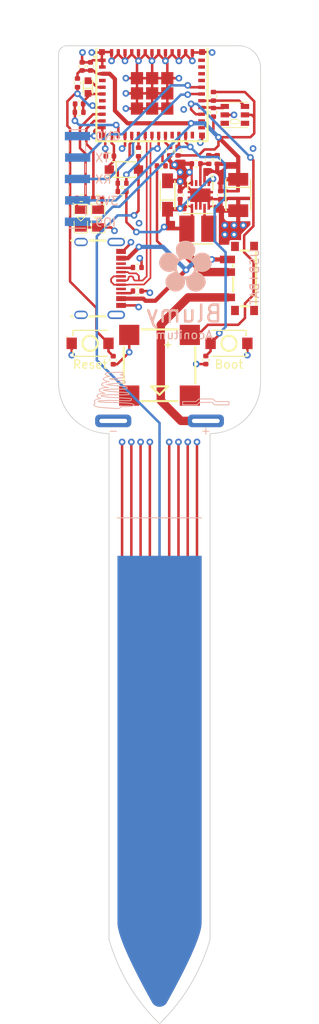
<source format=kicad_pcb>
(kicad_pcb (version 20221018) (generator pcbnew)
  (layers (0 "F.Cu" signal) (1 "In1.Cu" signal) (2 "In2.Cu" signal) (31 "B.Cu" signal) (34 "B.Paste" user) (35 "F.Paste" user) (36 "B.SilkS" user "B.Silkscreen") (37 "F.SilkS" user "F.Silkscreen") (38 "B.Mask" user) (39 "F.Mask" user) (44 "Edge.Cuts" user))
  (net 0 "")
  (net 1 "+3V3")
  (net 2 "GND")
  (net 22 "Net-(D1-A)")
  (net 23 "Net-(D3-+)")
  (net 24 "Net-(R1-Pad1)")
  (net 26 "Buzzer")
  (net 27 "ADC_Moisture")
  (net 28 "Moisture_SensorCapV")
  (net 29 "PWR_VIN")
  (net 30 "ADC_Light_Sensor")
  (net 31 "Light_Sensor_Select")
  (net 32 "IO9")
  (net 33 "RX")
  (net 34 "TX")
  (net 35 "PWR_SW")
  (net 36 "TH_SCL")
  (net 37 "ADC_Voltage_Measurement")
  (net 38 "IO8")
  (net 39 "Voltage_Measurement_Select")
  (net 40 "PWR_USB_VIN")
  (net 41 "Moisture_Square_Wave_Signal")
  (net 42 "EN")
  (net 43 "TH_SDA")
  (net 44 "PWR_USB_CC1")
  (net 45 "PWR_USB_CC2")
  (net 46 "LED_Green")
  (net 47 "LED_Red")
  (net 48 "PWR_FB")
  (net 49 "USB_D+")
  (net 50 "USB_D-")
  (net 51 "Light_Sensor_In")
  (net 52 "PWR_BAT_VIN")
  (net 57 "Net-(U13-IO15)")
  (footprint "Resistor_SMD:R_0402_1005Metric" (layer "F.Cu") (at 176.449999 135.699994 -90)
    (fp_text reference "R10" hide)
    (fp_text value "5k1")
  )
  (footprint "Capacitor_SMD:C_0402_1005Metric" (layer "F.Cu") (at 177.299998 145.519994 90)
    (fp_text reference "C1" hide)
    (fp_text value "2.2uF-Ceramic")
  )
  (footprint "CustomFootprints:MouseBites5mm" (layer "F.Cu") (at 182.149999 163.499997 180)
    (fp_text reference "U11" hide)
    (fp_text value "~")
  )
  (footprint "Resistor_SMD:R_0402_1005Metric" (layer "F.Cu") (at 165.599998 144.099994)
    (fp_text reference "R6" hide)
    (fp_text value "2k")
  )
  (footprint "CustomFootprints:SW-SMD_L3.9-W3.0-P4.45" (layer "F.Cu") (at 178.299998 163.099994 180)
    (fp_text reference "U7" hide)
    (fp_text value "Tactile-Switch")
  )
  (footprint "Resistor_SMD:R_0402_1005Metric" (layer "F.Cu") (at 162.699999 145.899997)
    (fp_text reference "R13" hide)
    (fp_text value "120")
  )
  (footprint "Capacitor_SMD:C_0402_1005Metric" (layer "F.Cu") (at 160.849999 130.249994 90)
    (fp_text reference "C9" hide)
    (fp_text value "10uF")
  )
  (footprint "CustomFootprints:MouseBites5mm" (layer "F.Cu") (at 182.149999 135.299997 180)
    (fp_text reference "U10" hide)
    (fp_text value "~")
  )
  (footprint "Resistor_SMD:R_0402_1005Metric" (layer "F.Cu") (at 167.399998 154.099994 180)
    (fp_text reference "R11" hide)
    (fp_text value "5k1")
  )
  (footprint "CustomFootprints:BUZ-SMD_4P-L8.5-W8.5-P8.50-BR" (layer "F.Cu") (at 170.049999 165.699994 180)
    (fp_text reference "BZ1" hide)
    (fp_text value "Buzzer")
  )
  (footprint "Capacitor_SMD:C_0402_1005Metric" (layer "F.Cu") (at 172.499998 145.519994 90)
    (fp_text reference "C6" hide)
    (fp_text value "100nF-Ceramic")
  )
  (footprint "Resistor_SMD:R_0402_1005Metric" (layer "F.Cu") (at 174.399998 141.796303 180)
    (fp_text reference "R16" hide)
    (fp_text value "200k")
  )
  (footprint "Capacitor_SMD:C_0402_1005Metric" (layer "F.Cu") (at 164.149999 140.889994)
    (fp_text reference "C3" hide)
    (fp_text value "10nF")
  )
  (footprint "Resistor_SMD:R_0402_1005Metric" (layer "F.Cu") (at 170.249999 142.049997)
    (fp_text reference "R7" hide)
    (fp_text value "10k")
  )
  (footprint "MountingHole:MountingHole_3.2mm_M3" (layer "F.Cu") (at 179.449999 130.399997)
    (fp_text reference "H1" hide)
    (fp_text value "MountingHole")
  )
  (footprint "Capacitor_SMD:C_0402_1005Metric" (layer "F.Cu") (at 160.499998 134.699994 180)
    (fp_text reference "C7" hide)
    (fp_text value "10uF")
  )
  (footprint "CustomFootprints:SENSOR-SMD-6_AHT20" (layer "F.Cu") (at 178.999999 135.999994 180)
    (fp_text reference "U3" hide)
    (fp_text value "AHT20")
  )
  (footprint "CustomFootprints:USB-C-SMD_G-SWITCH_GT-USB-7010EN" (layer "F.Cu") (at 163.099998 155.399994 -90)
    (fp_text reference "U1" hide)
    (fp_text value "USB-C")
  )
  (footprint "CustomFootprints:SENSORS-SMD_ALS-PT19" (layer "F.Cu") (at 161.549999 132.699994 -90)
    (fp_text reference "U6" hide)
    (fp_text value "Light sensor")
  )
  (footprint "Resistor_SMD:R_0402_1005Metric" (layer "F.Cu") (at 175.899998 141.296303 -90)
    (fp_text reference "R15" hide)
    (fp_text value "1M")
  )
  (footprint "CustomFootprints:MouseBites5mm" (layer "F.Cu") (at 157.949999 163.499997)
    (fp_text reference "U12" hide)
    (fp_text value "~")
  )
  (footprint "Resistor_SMD:R_0402_1005Metric" (layer "F.Cu") (at 160.749999 145.899997 180)
    (fp_text reference "R14" hide)
    (fp_text value "120")
  )
  (footprint "CustomFootprints:LED0805-R-RD" (layer "F.Cu") (at 160.699999 148.299997 90)
    (fp_text reference "D3" hide)
    (fp_text value "RED")
  )
  (footprint "CustomFootprints:WIFIM-SMD_61P-L16.6-W13.2-P0.80-ESP32-C6-MINI-1-N4" (layer "F.Cu") (at 169.149974 133.499918)
    (fp_text reference "U13" hide)
    (fp_text value "ESP32-C6-MINI-1-N4")
  )
  (footprint "Resistor_SMD:R_0402_1005Metric" (layer "F.Cu") (at 176.899998 141.296303 -90)
    (fp_text reference "R1" hide)
    (fp_text value "100k")
  )
  (footprint "MountingHole:MountingHole_3.2mm_M3" (layer "F.Cu") (at 179.449999 168.499994)
    (fp_text reference "H3" hide)
    (fp_text value "MountingHole")
  )
  (footprint "CustomFootprints:MouseBites5mm" (layer "F.Cu") (at 157.949999 135.299994)
    (fp_text reference "U2" hide)
    (fp_text value "~")
  )
  (footprint "CustomFootprints:SW-SMD_L3.9-W3.0-P4.45" (layer "F.Cu") (at 161.799998 163.099994)
    (fp_text reference "U4" hide)
    (fp_text value "Tactile-Switch")
  )
  (footprint "CustomFootprints:SW-SMD_MK-12C02-G025" (layer "F.Cu") (at 179.699998 155.399994 90)
    (fp_text reference "U8" hide)
    (fp_text value "Slide-Switch")
  )
  (footprint "CustomFootprints:CASE-B_3528" (layer "F.Cu") (at 179.399998 145.506303 -90)
    (fp_text reference "C2" hide)
    (fp_text value "100uF-Tantalum")
  )
  (footprint "CustomFootprints:CAP-SMD_L3.2-W1.6-RD-C7171" (layer "F.Cu") (at 170.999998 145.506303 90)
    (fp_text reference "C10" hide)
    (fp_text value "10uF-Tantalum")
  )
  (footprint "Resistor_SMD:R_0402_1005Metric" (layer "F.Cu") (at 165.599998 145.089994 180)
    (fp_text reference "R4" hide)
    (fp_text value "5k1")
  )
  (footprint "MountingHole:MountingHole_3.2mm_M3" (layer "F.Cu") (at 160.649999 168.499994)
    (fp_text reference "H2" hide)
    (fp_text value "MountingHole")
  )
  (footprint "Resistor_SMD:R_0402_1005Metric" (layer "F.Cu") (at 160.499998 135.699994 180)
    (fp_text reference "R3" hide)
    (fp_text value "47k")
  )
  (footprint "CustomFootprints:LED0805-R-RD" (layer "F.Cu") (at 162.749999 148.299997 90)
    (fp_text reference "D1" hide)
    (fp_text value "GREEN")
  )
  (footprint "Resistor_SMD:R_0402_1005Metric" (layer "F.Cu") (at 160.299998 132.199994 -90)
    (fp_text reference "R9" hide)
    (fp_text value "10k")
  )
  (footprint "Capacitor_SMD:C_0402_1005Metric" (layer "F.Cu") (at 161.849999 130.249994 90)
    (fp_text reference "C8" hide)
    (fp_text value "10nF")
  )
  (footprint "CustomFootprints:VSON-10_L3.0-W3.0-P0.50-BL-EP_TPS62410DRCR" (layer "F.Cu") (at 174.899998 145.48966 180)
    (fp_text reference "U5" hide)
    (fp_text value "3.3V-Regulator")
  )
  (footprint "Resistor_SMD:R_0402_1005Metric" (layer "F.Cu") (at 167.399998 156.899994 180)
    (fp_text reference "R12" hide)
    (fp_text value "5k1")
  )
  (footprint "Resistor_SMD:R_0402_1005Metric" (layer "F.Cu") (at 172.249999 140.299994 -90)
    (fp_text reference "R5" hide)
    (fp_text value "10k")
  )
  (footprint "CustomFootprints:IND-SMD_L3.5-W3.0" (layer "F.Cu") (at 174.599998 149.506303 180)
    (fp_text reference "L1" hide)
    (fp_text value "6.8uH")
  )
  (footprint "Resistor_SMD:R_0402_1005Metric" (layer "F.Cu") (at 167.549999 140.399994 90)
    (fp_text reference "R8" hide)
    (fp_text value "10k")
  )
  (footprint "Resistor_SMD:R_0402_1005Metric" (layer "F.Cu") (at 176.449999 133.799994 90)
    (fp_text reference "R2" hide)
    (fp_text value "5k1")
  )
  (footprint "Capacitor_SMD:C_0402_1005Metric" (layer "F.Cu") (at 164.549999 165.099997 -90)
    (fp_text reference "C11" hide)
    (fp_text value "100nF-Ceramic")
  )
  (footprint "Capacitor_SMD:C_0402_1005Metric" (layer "F.Cu") (at 175.549999 165.079997 -90)
    (fp_text reference "C5" hide)
    (fp_text value "100nF-Ceramic")
  )
  (footprint "Resistor_SMD:R_0402_1005Metric" (layer "F.Cu") (at 171.249999 140.299997 -90)
    (fp_text reference "R17" hide)
    (fp_text value "20k")
  )
  (footprint "CustomFootprints:SOD-123F_L2.7-W1.6-LS3.8-RD" (layer "F.Cu") (at 165.815049 142.489994)
    (fp_text reference "D2" hide)
    (fp_text value "Switching-Diode")
  )
  (footprint "CustomFootprints:Flower" (layer "B.Cu") (at 173.149999 153.899997 180)
    (fp_text reference "Flower1" hide)
    (fp_text value "Flower" hide)
  )
  (footprint "CustomFootprints:Sensor-Tip" (layer "B.Cu") (at 170.049999 188.799997 180)
    (fp_text reference "C4" hide)
    (fp_text value "7pF-27pF, A=2.75cm^2")
    (fp_line (start -6 -45) (end -6 15) (stroke (width 0.1)) (layer "Edge.Cuts"))
    (fp_line (start 6 15) (end 6 -45) (stroke (width 0.1)) (layer "Edge.Cuts"))
    (fp_arc (start -6 -45) (mid -3.658262 -50.394957) (end 0 -55) (stroke (width 0.1)) (layer "Edge.Cuts"))
    (fp_arc (start 0 -55) (mid 3.658262 -50.394957) (end 6 -45) (stroke (width 0.1)) (layer "Edge.Cuts"))
  )
  (footprint "CustomFootprints:PinHeader_1x05_P2.54mm_Vertical_SMD" (layer "B.Cu") (at 159.029998 143.600994 180)
    (fp_text reference "J1" hide)
    (fp_text value "Conn_01x05")
  )
  (footprint "CustomFootprints:AAA Battery-spring" (layer "B.Cu") (at 170.049999 172.299997 180)
    (fp_text reference "U9" hide)
    (fp_text value "Battery-Spring")
  )
  (gr_line (start 158.049999 167.799997) (end 158.049999 128.799997) (stroke (width 0.1)) (layer "Edge.Cuts"))
  (gr_line (start 182.049999 130.399997) (end 182.049999 167.799997) (stroke (width 0.1)) (layer "Edge.Cuts"))
  (gr_arc (start 182.049999 167.799997) (mid 180.29264 172.042638) (end 176.049999 173.799997) (stroke (width 0.1)) (layer "Edge.Cuts"))
  (gr_line (start 159.049999 127.799997) (end 179.449999 127.799997) (stroke (width 0.1)) (layer "Edge.Cuts"))
  (gr_arc (start 158.049999 128.799997) (mid 158.342892 128.09289) (end 159.049999 127.799997) (stroke (width 0.1)) (layer "Edge.Cuts"))
  (gr_arc (start 164.049999 173.799997) (mid 159.807358 172.042638) (end 158.049999 167.799997) (stroke (width 0.1)) (layer "Edge.Cuts"))
  (gr_arc (start 179.449999 127.799997) (mid 181.288477 128.561519) (end 182.049999 130.399997) (stroke (width 0.1)) (layer "Edge.Cuts"))
  (gr_text "3V3" (at 162.299999 146.199997) (layer "B.SilkS") (effects (font (size 1 1)) (justify right mirror)))
  (gr_text "Aconitum" (at 172.949999 162.099997) (layer "B.SilkS") (effects (font (size 1 1)) (justify mirror)))
  (gr_text "TX" (at 162.299999 141.099997) (layer "B.SilkS") (effects (font (size 1 1)) (justify right mirror)))
  (gr_text "GND" (at 162.299999 138.549997) (layer "B.SilkS") (effects (font (size 1 1)) (justify right mirror)))
  (gr_text "RX" (at 162.299999 143.649997) (layer "B.SilkS") (effects (font (size 1 1)) (justify right mirror)))
  (gr_text "Blumy" (at 172.949999 159.599997) (layer "B.SilkS") (effects (font (size 2 2) (thickness 0.3) bold) (justify mirror)))
  (gr_text "+" (at 175.549999 173.449997) (layer "B.SilkS") (effects (font (size 1 1) (thickness 0.1)) (justify mirror)))
  (gr_text "IO9" (at 162.299999 148.749997) (layer "B.SilkS") (effects (font (size 1 1)) (justify right mirror)))
  (gr_text "USB〡BAT" (at 181.349999 155.199997 90) (layer "B.SilkS") (effects (font (size 1 1)) (justify mirror)))
  (gr_text "Reset" (at 161.799998 165.599994) (layer "F.SilkS") (effects (font (size 1 1))))
  (gr_text "Boot" (at 178.299998 165.599994) (layer "F.SilkS") (effects (font (size 1 1))))
  (segment (start 164.749999 135.499997) (end 164.749999 131.749995) (width 0.5) (layer "F.Cu") (net 1))
  (segment (start 176.449999 136.209994) (end 176.449999 138.049995) (width 0.3) (layer "F.Cu") (net 1))
  (segment (start 164.125017 131.125013) (end 163.249898 131.125013) (width 0.5) (layer "F.Cu") (net 1))
  (segment (start 176.449999 138.049995) (end 177.049998 138.649994) (width 0.3) (layer "F.Cu") (net 1))
  (segment (start 162.570037 131.125013) (end 163.249898 131.125013) (width 0.3) (layer "F.Cu") (net 1))
  (segment (start 164.749999 131.749995) (end 164.125017 131.125013) (width 0.5) (layer "F.Cu") (net 1))
  (segment (start 176.599998 140.099994) (end 175.399998 140.099994) (width 0.3) (layer "F.Cu") (net 1))
  (segment (start 180.849998 138.649994) (end 181.299998 138.199994) (width 0.3) (layer "F.Cu") (net 1))
  (segment (start 177.049998 138.649994) (end 180.849998 138.649994) (width 0.3) (layer "F.Cu") (net 1))
  (segment (start 161.849999 130.729994) (end 162.175018 130.729994) (width 0.3) (layer "F.Cu") (net 1))
  (segment (start 176.449999 133.289994) (end 180.189998 133.289994) (width 0.3) (layer "F.Cu") (net 1))
  (segment (start 181.299998 138.199994) (end 181.299998 136.300095) (width 0.3) (layer "F.Cu") (net 1))
  (segment (start 181.299998 136.300095) (end 180.999897 135.999994) (width 0.3) (layer "F.Cu") (net 1))
  (segment (start 160.669998 130.729994) (end 160.849999 130.729994) (width 0.3) (layer "F.Cu") (net 1))
  (segment (start 166.249996 136.999994) (end 164.749999 135.499997) (width 0.5) (layer "F.Cu") (net 1))
  (segment (start 177.049998 139.649994) (end 176.599998 140.099994) (width 0.3) (layer "F.Cu") (net 1))
  (segment (start 181.299998 134.399994) (end 181.299998 136.300095) (width 0.3) (layer "F.Cu") (net 1))
  (segment (start 179.399998 140.999994) (end 179.399998 143.645749) (width 0.5) (layer "F.Cu") (net 1))
  (segment (start 177.049998 138.649994) (end 179.399998 140.999994) (width 0.5) (layer "F.Cu") (net 1))
  (segment (start 174.689998 140.809994) (end 172.249999 140.809994) (width 0.3) (layer "F.Cu") (net 1))
  (segment (start 173.799998 136.999994) (end 166.249996 136.999994) (width 0.5) (layer "F.Cu") (net 1))
  (segment (start 160.299998 131.689994) (end 160.299998 131.099994) (width 0.3) (layer "F.Cu") (net 1))
  (segment (start 180.189998 133.289994) (end 181.299998 134.399994) (width 0.3) (layer "F.Cu") (net 1))
  (segment (start 162.175018 130.729994) (end 162.570037 131.125013) (width 0.3) (layer "F.Cu") (net 1))
  (segment (start 175.399998 140.099994) (end 174.689998 140.809994) (width 0.3) (layer "F.Cu") (net 1))
  (segment (start 177.049998 138.649994) (end 177.049998 139.649994) (width 0.3) (layer "F.Cu") (net 1))
  (segment (start 180.999897 135.999994) (end 180.199897 135.999994) (width 0.3) (layer "F.Cu") (net 1))
  (segment (start 160.849999 130.729994) (end 161.849999 130.729994) (width 0.3) (layer "F.Cu") (net 1))
  (segment (start 160.299998 131.099994) (end 160.669998 130.729994) (width 0.3) (layer "F.Cu") (net 1))
  (via (at 177.049998 138.649994) (size 0.8) (drill 0.4) (layers "F.Cu" "B.Cu") (net 1))
  (via (at 173.799998 136.999994) (size 0.8) (drill 0.4) (layers "F.Cu" "B.Cu") (net 1))
  (segment (start 175.399998 136.999994) (end 177.049998 138.649994) (width 0.5) (layer "B.Cu") (net 1))
  (segment (start 164.86108 146.140994) (end 173.799998 137.202076) (width 0.3) (layer "B.Cu") (net 1))
  (segment (start 173.799998 136.999994) (end 175.399998 136.999994) (width 0.5) (layer "B.Cu") (net 1))
  (segment (start 173.799998 137.202076) (end 173.799998 136.999994) (width 0.3) (layer "B.Cu") (net 1))
  (segment (start 160.324998 146.140994) (end 164.86108 146.140994) (width 0.3) (layer "B.Cu") (net 1))
  (segment (start 169.150076 128.599994) (end 169.150076 129.599994) (width 0.3) (layer "F.Cu") (net 2))
  (segment (start 174.384874 145.534872) (end 174.899998 145.534872) (width 0.3) (layer "F.Cu") (net 2))
  (segment (start 165.150076 128.599994) (end 165.150076 128.800147) (width 0.3) (layer "F.Cu") (net 2))
  (segment (start 177.800101 135.999994) (end 178.899998 135.999994) (width 0.3) (layer "F.Cu") (net 2))
  (segment (start 163.19986 128.549956) (end 164.299936 128.549956) (width 0.3) (layer "F.Cu") (net 2))
  (segment (start 164.349974 128.599994) (end 164.349974 129.599994) (width 0.3) (layer "F.Cu") (net 2))
  (segment (start 173.150076 128.599994) (end 173.150076 128.800147) (width 0.3) (layer "F.Cu") (net 2))
  (segment (start 176.24996 128.549956) (end 176.299998 128.599994) (width 0.3) (layer "F.Cu") (net 2))
  (segment (start 168.349974 128.799892) (end 169.150076 129.599994) (width 0.3) (layer "F.Cu") (net 2))
  (segment (start 167.799998 174.799994) (end 167.799998 188.799997) (width 0.3) (layer "F.Cu") (net 2))
  (segment (start 166.049999 135.249727) (end 167.374866 135.249727) (width 0.3) (layer "F.Cu") (net 2))
  (segment (start 167.570212 158.795134) (end 167.37497 158.599892) (width 0.3) (layer "F.Cu") (net 2))
  (segment (start 169.174968 135.249727) (end 167.374866 135.249727) (width 0.3) (layer "F.Cu") (net 2))
  (segment (start 168.349974 128.799892) (end 167.549872 129.599994) (width 0.3) (layer "F.Cu") (net 2))
  (segment (start 160.699999 149.350289) (end 162.749999 149.350289) (width 0.3) (layer "F.Cu") (net 2))
  (segment (start 162.095183 129.52481) (end 161.849999 129.769994) (width 0.3) (layer "F.Cu") (net 2))
  (segment (start 166.750025 128.599994) (end 166.750025 128.800147) (width 0.3) (layer "F.Cu") (net 2))
  (segment (start 163.249898 137.525064) (end 163.249898 138.399842) (width 0.3) (layer "F.Cu") (net 2))
  (segment (start 175.195159 145.534872) (end 174.899998 145.534872) (width 0.3) (layer "F.Cu") (net 2))
  (segment (start 163.669999 140.069995) (end 163.599998 139.999994) (width 0.3) (layer "F.Cu") (net 2))
  (segment (start 165.150076 128.800147) (end 165.949923 129.599994) (width 0.3) (layer "F.Cu") (net 2))
  (segment (start 171.199998 174.799994) (end 171.199998 188.799997) (width 0.3) (layer "F.Cu") (net 2))
  (segment (start 163.149822 128.599994) (end 163.19986 128.549956) (width 0.3) (layer "F.Cu") (net 2))
  (segment (start 170.974815 131.649778) (end 170.974815 129.824784) (width 0.3) (layer "F.Cu") (net 2))
  (segment (start 166.402513 151.473456) (end 165.675873 152.200096) (width 0.3) (layer "F.Cu") (net 2))
  (segment (start 171.549872 128.599994) (end 171.549872 128.800147) (width 0.3) (layer "F.Cu") (net 2))
  (segment (start 165.675873 152.200096) (end 165.47757 152.200096) (width 0.3) (layer "F.Cu") (net 2))
  (segment (start 167.374866 131.649778) (end 167.374866 129.775) (width 0.3) (layer "F.Cu") (net 2))
  (segment (start 164.300291 149.350289) (end 164.699999 149.749997) (width 0.3) (layer "F.Cu") (net 2))
  (segment (start 175.05 128.599994) (end 175.100038 128.549956) (width 0.3) (layer "F.Cu") (net 2))
  (segment (start 163.249898 129.52481) (end 162.095183 129.52481) (width 0.3) (layer "F.Cu") (net 2))
  (segment (start 163.19986 128.549956) (end 163.19986 129.474772) (width 0.3) (layer "F.Cu") (net 2))
  (segment (start 177.299998 145.999994) (end 175.36512 145.999994) (width 0.3) (layer "F.Cu") (net 2))
  (segment (start 159.422413 162.907321) (end 159.615086 163.099994) (width 0.3) (layer "F.Cu") (net 2))
  (segment (start 171.249999 141.330096) (end 171.840296 141.920393) (width 0.3) (layer "F.Cu") (net 2))
  (segment (start 172.349974 128.599994) (end 172.349974 129.599994) (width 0.3) (layer "F.Cu") (net 2))
  (segment (start 167.374866 131.649778) (end 169.174968 131.649778) (width 0.3) (layer "F.Cu") (net 2))
  (segment (start 166.450177 164.149815) (end 166.450177 162.100045) (width 0.3) (layer "F.Cu") (net 2))
  (segment (start 167.909998 156.899994) (end 168.699998 156.899994) (width 0.3) (layer "F.Cu") (net 2))
  (segment (start 171.549872 128.599994) (end 171.549872 128.799892) (width 0.3) (layer "F.Cu") (net 2))
  (segment (start 175.899998 146.889711) (end 175.899998 146.239711) (width 0.3) (layer "F.Cu") (net 2))
  (segment (start 166.402513 151.350217) (end 166.402513 151.473456) (width 0.3) (layer "F.Cu") (net 2))
  (segment (start 170.974815 133.44988) (end 170.974815 135.249727) (width 0.3) (layer "F.Cu") (net 2))
  (segment (start 163.249898 137.525064) (end 162.674928 137.525064) (width 0.3) (layer "F.Cu") (net 2))
  (segment (start 173.150076 128.800147) (end 173.949923 129.599994) (width 0.3) (layer "F.Cu") (net 2))
  (segment (start 163.599998 139.999994) (end 163.599998 138.850018) (width 0.3) (layer "F.Cu") (net 2))
  (segment (start 180.48491 164.499997) (end 180.48491 163.099994) (width 0.3) (layer "F.Cu") (net 2))
  (segment (start 159.615086 164.499997) (end 159.615086 163.099994) (width 0.3) (layer "F.Cu") (net 2))
  (segment (start 167.37497 158.599892) (end 165.47757 158.599892) (width 0.3) (layer "F.Cu") (net 2))
  (segment (start 163.249898 129.52481) (end 163.249898 130.324912) (width 0.3) (layer "F.Cu") (net 2))
  (segment (start 166.049999 131.649778) (end 167.374866 131.649778) (width 0.3) (layer "F.Cu") (net 2))
  (segment (start 169.174968 133.44988) (end 170.974815 133.44988) (width 0.3) (layer "F.Cu") (net 2))
  (segment (start 167.374866 133.44988) (end 167.374866 131.649778) (width 0.3) (layer "F.Cu") (net 2))
  (segment (start 171.249999 140.809997) (end 171.249999 141.330096) (width 0.3) (layer "F.Cu") (net 2))
  (segment (start 173.194997 144.344995) (end 172.499998 145.039994) (width 0.3) (layer "F.Cu") (net 2))
  (segment (start 174.399871 146.889711) (end 174.399871 146.034999) (width 0.3) (layer "F.Cu") (net 2))
  (segment (start 165.599998 174.799994) (end 165.599998 188.799997) (width 0.3) (layer "F.Cu") (net 2))
  (segment (start 174.899998 139.299994) (end 175.100038 139.099954) (width 0.3) (layer "F.Cu") (net 2))
  (segment (start 170.974815 131.649778) (end 170.974815 133.44988) (width 0.3) (layer "F.Cu") (net 2))
  (segment (start 175.100038 128.549956) (end 176.24996 128.549956) (width 0.3) (layer "F.Cu") (net 2))
  (segment (start 163.19986 129.474772) (end 163.249898 129.52481) (width 0.3) (layer "F.Cu") (net 2))
  (segment (start 170.974815 129.824784) (end 170.750025 129.599994) (width 0.3) (layer "F.Cu") (net 2))
  (segment (start 173.949923 128.599994) (end 173.949923 129.599994) (width 0.3) (layer "F.Cu") (net 2))
  (segment (start 174.399871 146.034999) (end 174.899998 145.534872) (width 0.3) (layer "F.Cu") (net 2))
  (segment (start 163.599998 138.850018) (end 163.19986 138.44988) (width 0.3) (layer "F.Cu") (net 2))
  (segment (start 167.549872 128.599994) (end 167.549872 129.599994) (width 0.3) (layer "F.Cu") (net 2))
  (segment (start 166.699998 174.799994) (end 166.699998 188.799997) (width 0.3) (layer "F.Cu") (net 2))
  (segment (start 173.150076 128.599994) (end 173.150076 128.799892) (width 0.3) (layer "F.Cu") (net 2))
  (segment (start 175.100038 139.099954) (end 175.100038 138.44988) (width 0.3) (layer "F.Cu") (net 2))
  (segment (start 172.299998 174.799994) (end 172.299998 188.799997) (width 0.3) (layer "F.Cu") (net 2))
  (segment (start 167.909998 153.209994) (end 167.909998 154.099994) (width 0.3) (layer "F.Cu") (net 2))
  (segment (start 165.150076 128.599994) (end 165.150076 128.799892) (width 0.3) (layer "F.Cu") (net 2))
  (segment (start 160.849999 129.769994) (end 160.849999 128.649993) (width 0.3) (layer "F.Cu") (net 2))
  (segment (start 166.750025 128.799892) (end 165.949923 129.599994) (width 0.3) (layer "F.Cu") (net 2))
  (segment (start 168.699998 156.899994) (end 168.899998 157.099994) (width 0.3) (layer "F.Cu") (net 2))
  (segment (start 160.849999 128.649993) (end 160.899998 128.599994) (width 0.3) (layer "F.Cu") (net 2))
  (segment (start 169.949923 128.599994) (end 169.949923 128.800147) (width 0.3) (layer "F.Cu") (net 2))
  (segment (start 167.374866 133.44988) (end 169.174968 133.44988) (width 0.3) (layer "F.Cu") (net 2))
  (segment (start 169.949923 128.800147) (end 169.150076 129.599994) (width 0.3) (layer "F.Cu") (net 2))
  (segment (start 166.750025 128.599994) (end 166.750025 128.799892) (width 0.3) (layer "F.Cu") (net 2))
  (segment (start 169.174968 131.649778) (end 169.174968 129.624886) (width 0.3) (layer "F.Cu") (net 2))
  (segment (start 173.450383 144.089609) (end 173.194997 144.344995) (width 0.3) (layer "F.Cu") (net 2))
  (segment (start 167.699998 152.999994) (end 167.909998 153.209994) (width 0.3) (layer "F.Cu") (net 2))
  (segment (start 169.174968 129.624886) (end 169.150076 129.599994) (width 0.3) (layer "F.Cu") (net 2))
  (segment (start 171.549872 128.800147) (end 170.750025 129.599994) (width 0.3) (layer "F.Cu") (net 2))
  (segment (start 166.049999 133.44988) (end 167.374866 133.44988) (width 0.3) (layer "F.Cu") (net 2))
  (segment (start 167.374866 129.775) (end 167.549872 129.599994) (width 0.3) (layer "F.Cu") (net 2))
  (segment (start 173.399998 174.799994) (end 173.399998 188.799997) (width 0.3) (layer "F.Cu") (net 2))
  (segment (start 165.949923 139.650069) (end 165.949923 138.399842) (width 0.3) (layer "F.Cu") (net 2))
  (segment (start 173.949923 128.599994) (end 175.05 128.599994) (width 0.3) (layer "F.Cu") (net 2))
  (segment (start 169.174968 131.649778) (end 169.174968 133.44988) (width 0.3) (layer "F.Cu") (net 2))
  (segment (start 164.549999 165.579997) (end 165.019995 165.579997) (width 0.3) (layer "F.Cu") (net 2))
  (segment (start 163.669999 140.889994) (end 163.669999 140.069995) (width 0.3) (layer "F.Cu") (net 2))
  (segment (start 170.974815 131.649778) (end 172.349999 131.649778) (width 0.3) (layer "F.Cu") (net 2))
  (segment (start 169.949923 128.599994) (end 169.949923 128.799892) (width 0.3) (layer "F.Cu") (net 2))
  (segment (start 162.674928 137.525064) (end 162.299998 137.899994) (width 0.3) (layer "F.Cu") (net 2))
  (segment (start 175.36512 145.999994) (end 174.899998 145.534872) (width 0.3) (layer "F.Cu") (net 2))
  (segment (start 162.749999 149.350289) (end 164.300291 149.350289) (width 0.3) (layer "F.Cu") (net 2))
  (segment (start 169.174968 133.44988) (end 169.174968 135.249727) (width 0.3) (layer "F.Cu") (net 2))
  (segment (start 170.750025 128.599994) (end 170.750025 129.599994) (width 0.3) (layer "F.Cu") (net 2))
  (segment (start 167.374866 135.249727) (end 167.374866 133.44988) (width 0.3) (layer "F.Cu") (net 2))
  (segment (start 171.549872 128.799892) (end 172.349974 129.599994) (width 0.3) (layer "F.Cu") (net 2))
  (segment (start 174.899998 146.889711) (end 174.899998 145.534872) (width 0.3) (layer "F.Cu") (net 2))
  (segment (start 173.899998 144.089609) (end 173.450383 144.089609) (width 0.3) (layer "F.Cu") (net 2))
  (segment (start 164.299936 128.549956) (end 164.349974 128.599994) (width 0.3) (layer "F.Cu") (net 2))
  (segment (start 163.249898 138.399842) (end 163.19986 138.44988) (width 0.3) (layer "F.Cu") (net 2))
  (segment (start 173.150076 128.799892) (end 172.349974 129.599994) (width 0.3) (layer "F.Cu") (net 2))
  (segment (start 168.349974 128.599994) (end 168.349974 128.799892) (width 0.3) (layer "F.Cu") (net 2))
  (segment (start 165.949923 128.599994) (end 165.949923 129.599994) (width 0.3) (layer "F.Cu") (net 2))
  (segment (start 165.150076 128.799892) (end 164.349974 129.599994) (width 0.3) (layer "F.Cu") (net 2))
  (segment (start 161.849999 129.769994) (end 160.849999 129.769994) (width 0.3) (layer "F.Cu") (net 2))
  (segment (start 165.599998 139.999994) (end 165.949923 139.650069) (width 0.3) (layer "F.Cu") (net 2))
  (segment (start 170.974815 131.649778) (end 169.174968 131.649778) (width 0.3) (layer "F.Cu") (net 2))
  (segment (start 168.899998 174.799994) (end 168.899998 188.799997) (width 0.3) (layer "F.Cu") (net 2))
  (segment (start 170.974815 135.249727) (end 169.174968 135.249727) (width 0.3) (layer "F.Cu") (net 2))
  (segment (start 173.194997 144.344995) (end 174.384874 145.534872) (width 0.3) (layer "F.Cu") (net 2))
  (segment (start 166.750025 128.800147) (end 167.549872 129.599994) (width 0.3) (layer "F.Cu") (net 2))
  (segment (start 169.949923 128.799892) (end 170.750025 129.599994) (width 0.3) (layer "F.Cu") (net 2))
  (segment (start 165.019995 165.579997) (end 166.450177 164.149815) (width 0.3) (layer "F.Cu") (net 2))
  (segment (start 162.299998 137.899994) (end 162.299998 138.499994) (width 0.3) (layer "F.Cu") (net 2))
  (segment (start 161.999998 128.599994) (end 163.149822 128.599994) (width 0.3) (layer "F.Cu") (net 2))
  (segment (start 175.899998 146.239711) (end 175.195159 145.534872) (width 0.3) (layer "F.Cu") (net 2))
  (segment (start 166.651831 151.100899) (end 166.402513 151.350217) (width 0.3) (layer "F.Cu") (net 2))
  (segment (start 174.499998 174.799994) (end 174.499998 188.799997) (width 0.3) (layer "F.Cu") (net 2))
  (segment (start 174.409999 165.559997) (end 175.549999 165.559997) (width 0.3) (layer "F.Cu") (net 2))
  (via (at 176.299998 128.599994) (size 0.8) (drill 0.4) (layers "F.Cu" "B.Cu") (net 2))
  (via (at 167.615938 148.846861) (size 0.8) (drill 0.4) (layers "F.Cu" "B.Cu") (net 2))
  (via (at 165.599998 174.799994) (size 0.8) (drill 0.4) (layers "F.Cu" "B.Cu") (net 2))
  (via (at 179.999998 149.099994) (size 0.8) (drill 0.4) (layers "F.Cu" "B.Cu") (net 2))
  (via (at 164.349974 129.599994) (size 0.8) (drill 0.4) (layers "F.Cu" "B.Cu") (net 2))
  (via (at 172.920396 135.359696) (size 0.8) (drill 0.4) (layers "F.Cu" "B.Cu") (net 2))
  (via (at 165.949923 129.599994) (size 0.8) (drill 0.4) (layers "F.Cu" "B.Cu") (net 2))
  (via (at 174.409999 165.559997) (size 0.8) (drill 0.4) (layers "F.Cu" "B.Cu") (net 2))
  (via (at 169.150076 129.599994) (size 0.8) (drill 0.4) (layers "F.Cu" "B.Cu") (net 2))
  (via (at 172.499998 143.899994) (size 0.8) (drill 0.4) (layers "F.Cu" "B.Cu") (net 2))
  (via (at 172.349999 131.649778) (size 0.8) (drill 0.4) (layers "F.Cu" "B.Cu") (net 2))
  (via (at 173.599998 142.799994) (size 0.8) (drill 0.4) (layers "F.Cu" "B.Cu") (net 2))
  (via (at 167.570212 158.795134) (size 0.8) (drill 0.4) (layers "F.Cu" "B.Cu") (net 2))
  (via (at 167.699998 152.999994) (size 0.8) (drill 0.4) (layers "F.Cu" "B.Cu") (net 2))
  (via (at 173.399998 174.799994) (size 0.8) (drill 0.4) (layers "F.Cu" "B.Cu") (net 2))
  (via (at 180.48491 164.499997) (size 0.8) (drill 0.4) (layers "F.Cu" "B.Cu") (net 2))
  (via (at 178.899998 149.099994) (size 0.8) (drill 0.4) (layers "F.Cu" "B.Cu") (net 2))
  (via (at 171.840296 141.920393) (size 0.8) (drill 0.4) (layers "F.Cu" "B.Cu") (net 2))
  (via (at 170.750025 129.599994) (size 0.8) (drill 0.4) (layers "F.Cu" "B.Cu") (net 2))
  (via (at 163.599998 139.999994) (size 0.8) (drill 0.4) (layers "F.Cu" "B.Cu") (net 2))
  (via (at 174.499998 174.799994) (size 0.8) (drill 0.4) (layers "F.Cu" "B.Cu") (net 2))
  (via (at 168.899998 174.799994) (size 0.8) (drill 0.4) (layers "F.Cu" "B.Cu") (net 2))
  (via (at 178.899998 135.999994) (size 0.8) (drill 0.4) (layers "F.Cu" "B.Cu") (net 2))
  (via (at 174.899998 139.299994) (size 0.8) (drill 0.4) (layers "F.Cu" "B.Cu") (net 2))
  (via (at 181.160241 139.995169) (size 0.8) (drill 0.4) (layers "F.Cu" "B.Cu") (net 2))
  (via (at 171.199998 174.799994) (size 0.8) (drill 0.4) (layers "F.Cu" "B.Cu") (net 2))
  (via (at 173.949923 129.599994) (size 0.8) (drill 0.4) (layers "F.Cu" "B.Cu") (net 2))
  (via (at 166.450177 164.149815) (size 0.8) (drill 0.4) (layers "F.Cu" "B.Cu") (net 2))
  (via (at 159.615086 164.499997) (size 0.8) (drill 0.4) (layers "F.Cu" "B.Cu") (net 2))
  (via (at 178.899998 150.199994) (size 0.8) (drill 0.4) (layers "F.Cu" "B.Cu") (net 2))
  (via (at 166.049999 131.649778) (size 0.8) (drill 0.4) (layers "F.Cu" "B.Cu") (net 2))
  (via (at 172.299998 174.799994) (size 0.8) (drill 0.4) (layers "F.Cu" "B.Cu") (net 2))
  (via (at 164.699999 149.749997) (size 0.8) (drill 0.4) (layers "F.Cu" "B.Cu") (net 2))
  (via (at 168.899998 157.099994) (size 0.8) (drill 0.4) (layers "F.Cu" "B.Cu") (net 2))
  (via (at 166.651831 151.100899) (size 0.8) (drill 0.4) (layers "F.Cu" "B.Cu") (net 2))
  (via (at 166.049999 135.249727) (size 0.8) (drill 0.4) (layers "F.Cu" "B.Cu") (net 2))
  (via (at 161.999998 128.599994) (size 0.8) (drill 0.4) (layers "F.Cu" "B.Cu") (net 2))
  (via (at 177.799998 150.199994) (size 0.8) (drill 0.4) (layers "F.Cu" "B.Cu") (net 2))
  (via (at 160.899998 128.599994) (size 0.8) (drill 0.4) (layers "F.Cu" "B.Cu") (net 2))
  (via (at 167.549872 129.599994) (size 0.8) (drill 0.4) (layers "F.Cu" "B.Cu") (net 2))
  (via (at 167.799998 174.799994) (size 0.8) (drill 0.4) (layers "F.Cu" "B.Cu") (net 2))
  (via (at 162.299998 138.499994) (size 0.8) (drill 0.4) (layers "F.Cu" "B.Cu") (net 2))
  (via (at 172.349974 129.599994) (size 0.8) (drill 0.4) (layers "F.Cu" "B.Cu") (net 2))
  (via (at 165.599998 139.999994) (size 0.8) (drill 0.4) (layers "F.Cu" "B.Cu") (net 2))
  (via (at 177.799998 149.099994) (size 0.8) (drill 0.4) (layers "F.Cu" "B.Cu") (net 2))
  (via (at 172.499998 142.799994) (size 0.8) (drill 0.4) (layers "F.Cu" "B.Cu") (net 2))
  (via (at 166.699998 174.799994) (size 0.8) (drill 0.4) (layers "F.Cu" "B.Cu") (net 2))
  (via (at 166.049999 133.44988) (size 0.8) (drill 0.4) (layers "F.Cu" "B.Cu") (net 2))
  (segment (start 160.320998 138.499994) (end 160.299998 138.520994) (width 0.3) (layer "B.Cu") (net 2))
  (segment (start 162.299998 138.499994) (end 160.320998 138.499994) (width 0.3) (layer "B.Cu") (net 2))
  (segment (start 163.209999 145.899997) (end 163.209999 146.789705) (width 0.3) (layer "F.Cu") (net 22))
  (segment (start 163.209999 146.789705) (end 162.749999 147.249705) (width 0.3) (layer "F.Cu") (net 22))
  (segment (start 160.239999 145.899997) (end 160.239999 146.789705) (width 0.3) (layer "F.Cu") (net 23))
  (segment (start 160.239999 146.789705) (end 160.699999 147.249705) (width 0.3) (layer "F.Cu") (net 23))
  (segment (start 175.899998 140.786303) (end 176.899998 140.786303) (width 0.3) (layer "F.Cu") (net 24))
  (segment (start 180.199998 158.368576) (end 181.223303 157.345271) (width 0.3) (layer "F.Cu") (net 26))
  (segment (start 181.223303 157.345271) (end 181.223303 153.423299) (width 0.3) (layer "F.Cu") (net 26))
  (segment (start 173.799998 134.699994) (end 173.799998 135.37486) (width 0.3) (layer "F.Cu") (net 26))
  (segment (start 174.349999 135.924861) (end 175.049999 135.924861) (width 0.3) (layer "F.Cu") (net 26))
  (segment (start 173.799998 135.37486) (end 174.349999 135.924861) (width 0.3) (layer "F.Cu") (net 26))
  (segment (start 179.399998 160.899994) (end 180.199998 160.099994) (width 0.3) (layer "F.Cu") (net 26))
  (segment (start 180.099998 150.299994) (end 181.199998 149.199994) (width 0.3) (layer "F.Cu") (net 26))
  (segment (start 174.599947 162.100045) (end 175.799998 160.899994) (width 0.3) (layer "F.Cu") (net 26))
  (segment (start 181.223303 153.423299) (end 180.099998 152.299994) (width 0.3) (layer "F.Cu") (net 26))
  (segment (start 180.199998 160.099994) (end 180.199998 158.368576) (width 0.3) (layer "F.Cu") (net 26))
  (segment (start 181.199998 141.399994) (end 180.849998 141.049994) (width 0.3) (layer "F.Cu") (net 26))
  (segment (start 173.649821 162.100045) (end 174.599947 162.100045) (width 0.3) (layer "F.Cu") (net 26))
  (segment (start 181.199998 149.199994) (end 181.199998 141.399994) (width 0.3) (layer "F.Cu") (net 26))
  (segment (start 180.099998 152.299994) (end 180.099998 150.299994) (width 0.3) (layer "F.Cu") (net 26))
  (segment (start 175.799998 160.899994) (end 179.399998 160.899994) (width 0.3) (layer "F.Cu") (net 26))
  (via (at 173.799998 134.699994) (size 0.8) (drill 0.4) (layers "F.Cu" "B.Cu") (net 26))
  (via (at 180.849998 141.049994) (size 0.8) (drill 0.4) (layers "F.Cu" "B.Cu") (net 26))
  (segment (start 180.849998 141.049994) (end 174.499998 134.699994) (width 0.3) (layer "B.Cu") (net 26))
  (segment (start 174.499998 134.699994) (end 173.799998 134.699994) (width 0.3) (layer "B.Cu") (net 26))
  (segment (start 164.629999 140.889994) (end 164.629999 141.469993) (width 0.3) (layer "F.Cu") (net 27))
  (segment (start 164.629999 139.609868) (end 164.349974 139.329843) (width 0.3) (layer "F.Cu") (net 27))
  (segment (start 164.629999 140.889994) (end 164.629999 139.609868) (width 0.3) (layer "F.Cu") (net 27))
  (segment (start 164.080099 142.019893) (end 164.080099 142.489994) (width 0.3) (layer "F.Cu") (net 27))
  (segment (start 164.349974 139.329843) (end 164.349974 138.399842) (width 0.3) (layer "F.Cu") (net 27))
  (segment (start 164.629999 141.469993) (end 164.080099 142.019893) (width 0.3) (layer "F.Cu") (net 27))
  (segment (start 167.021276 147.922046) (end 167.549999 147.393323) (width 0.3) (layer "F.Cu") (net 28))
  (segment (start 167.549999 140.909994) (end 167.549999 142.489994) (width 0.3) (layer "F.Cu") (net 28))
  (segment (start 167.549999 147.393323) (end 167.549999 142.489994) (width 0.3) (layer "F.Cu") (net 28))
  (via (at 167.021276 147.922046) (size 0.8) (drill 0.4) (layers "F.Cu" "B.Cu") (net 28))
  (segment (start 167.021276 147.922046) (end 165.077946 147.922046) (width 0.3) (layer "B.Cu") (net 28))
  (segment (start 170.049999 172.549995) (end 170.049999 188.799997) (width 0.3) (layer "B.Cu") (net 28))
  (segment (start 162.599998 165.099994) (end 170.049999 172.549995) (width 0.3) (layer "B.Cu") (net 28))
  (segment (start 165.077946 147.922046) (end 162.599998 150.399994) (width 0.3) (layer "B.Cu") (net 28))
  (segment (start 162.599998 150.399994) (end 162.599998 165.099994) (width 0.3) (layer "B.Cu") (net 28))
  (segment (start 173.899998 148.90328) (end 173.296975 149.506303) (width 0.3) (layer "F.Cu") (net 29))
  (segment (start 175.350062 154.650058) (end 173.296975 152.596971) (width 1) (layer "F.Cu") (net 29))
  (segment (start 178.116559 154.650058) (end 175.350062 154.650058) (width 1) (layer "F.Cu") (net 29))
  (segment (start 173.899998 146.889711) (end 173.899998 148.90328) (width 0.3) (layer "F.Cu") (net 29))
  (segment (start 170.999998 147.192612) (end 172.40738 147.192612) (width 0.3) (layer "F.Cu") (net 29))
  (segment (start 166.109998 148.709994) (end 166.109998 145.089994) (width 0.3) (layer "F.Cu") (net 29))
  (segment (start 167.299998 149.899994) (end 166.109998 148.709994) (width 0.3) (layer "F.Cu") (net 29))
  (segment (start 172.40738 147.192612) (end 172.499998 147.099994) (width 0.3) (layer "F.Cu") (net 29))
  (segment (start 176.399998 143.599994) (end 175.910383 144.089609) (width 0.3) (layer "F.Cu") (net 29))
  (segment (start 170.999998 148.899994) (end 170.999998 147.192612) (width 0.3) (layer "F.Cu") (net 29))
  (segment (start 173.296975 149.003017) (end 173.296975 149.506303) (width 0.3) (layer "F.Cu") (net 29))
  (segment (start 170.599998 149.299994) (end 170.999998 148.899994) (width 0.3) (layer "F.Cu") (net 29))
  (segment (start 175.910383 144.089609) (end 175.899998 144.089609) (width 0.3) (layer "F.Cu") (net 29))
  (segment (start 173.296975 152.596971) (end 173.296975 149.506303) (width 1) (layer "F.Cu") (net 29))
  (via (at 167.299998 149.899994) (size 0.8) (drill 0.4) (layers "F.Cu" "B.Cu") (net 29))
  (via (at 176.399998 143.599994) (size 0.8) (drill 0.4) (layers "F.Cu" "B.Cu") (net 29))
  (via (at 172.499998 147.099994) (size 0.8) (drill 0.4) (layers "F.Cu" "B.Cu") (net 29))
  (via (at 170.599998 149.299994) (size 0.8) (drill 0.4) (layers "F.Cu" "B.Cu") (net 29))
  (segment (start 175.999998 143.599994) (end 172.499998 147.099994) (width 0.3) (layer "B.Cu") (net 29))
  (segment (start 169.999998 149.899994) (end 170.599998 149.299994) (width 0.3) (layer "B.Cu") (net 29))
  (segment (start 167.299998 149.899994) (end 169.999998 149.899994) (width 0.3) (layer "B.Cu") (net 29))
  (segment (start 176.399998 143.599994) (end 175.999998 143.599994) (width 0.3) (layer "B.Cu") (net 29))
  (segment (start 160.979998 134.419994) (end 160.979998 134.699994) (width 0.3) (layer "F.Cu") (net 30))
  (segment (start 160.979998 135.669994) (end 161.009998 135.699994) (width 0.3) (layer "F.Cu") (net 30))
  (segment (start 161.549999 133.849993) (end 160.979998 134.419994) (width 0.3) (layer "F.Cu") (net 30))
  (segment (start 161.624751 133.52481) (end 163.249898 133.52481) (width 0.3) (layer "F.Cu") (net 30))
  (segment (start 161.549999 133.450058) (end 161.624751 133.52481) (width 0.3) (layer "F.Cu") (net 30))
  (segment (start 160.979998 134.699994) (end 160.979998 135.669994) (width 0.3) (layer "F.Cu") (net 30))
  (segment (start 161.549999 133.450058) (end 161.549999 133.849993) (width 0.3) (layer "F.Cu") (net 30))
  (segment (start 165.149822 137.449818) (end 164.899998 137.199994) (width 0.3) (layer "F.Cu") (net 31))
  (segment (start 159.989998 135.699994) (end 159.989998 134.729994) (width 0.3) (layer "F.Cu") (net 31))
  (segment (start 165.149822 138.399842) (end 165.149822 137.449818) (width 0.3) (layer "F.Cu") (net 31))
  (segment (start 159.999998 135.709994) (end 159.989998 135.699994) (width 0.3) (layer "F.Cu") (net 31))
  (segment (start 159.999998 136.699994) (end 159.999998 135.709994) (width 0.3) (layer "F.Cu") (net 31))
  (segment (start 159.989998 134.729994) (end 160.019998 134.699994) (width 0.3) (layer "F.Cu") (net 31))
  (via (at 164.899998 137.199994) (size 0.8) (drill 0.4) (layers "F.Cu" "B.Cu") (net 31))
  (via (at 159.999998 136.699994) (size 0.8) (drill 0.4) (layers "F.Cu" "B.Cu") (net 31))
  (segment (start 160.499998 137.199994) (end 159.999998 136.699994) (width 0.3) (layer "B.Cu") (net 31))
  (segment (start 164.899998 137.199994) (end 160.499998 137.199994) (width 0.3) (layer "B.Cu") (net 31))
  (segment (start 176.115086 164.03491) (end 175.549999 164.599997) (width 0.3) (layer "F.Cu") (net 32))
  (segment (start 177.149999 162.065081) (end 176.115086 163.099994) (width 0.3) (layer "F.Cu") (net 32))
  (segment (start 173.150076 138.399842) (end 173.150076 139.250072) (width 0.3) (layer "F.Cu") (net 32))
  (segment (start 177.149999 161.899997) (end 177.149999 162.065081) (width 0.3) (layer "F.Cu") (net 32))
  (segment (start 176.115086 163.099994) (end 176.115086 164.03491) (width 0.3) (layer "F.Cu") (net 32))
  (segment (start 173.150076 139.250072) (end 173.699998 139.799994) (width 0.3) (layer "F.Cu") (net 32))
  (via (at 173.699998 139.799994) (size 0.8) (drill 0.4) (layers "F.Cu" "B.Cu") (net 32))
  (via (at 177.149999 161.899997) (size 0.8) (drill 0.4) (layers "F.Cu" "B.Cu") (net 32))
  (segment (start 174.899998 140.999994) (end 173.699998 139.799994) (width 0.3) (layer "B.Cu") (net 32))
  (segment (start 176.599998 150.999994) (end 176.599998 147.099994) (width 0.3) (layer "B.Cu") (net 32))
  (segment (start 177.899998 161.149998) (end 177.899998 152.299994) (width 0.3) (layer "B.Cu") (net 32))
  (segment (start 176.599998 147.099994) (end 177.799998 145.899994) (width 0.3) (layer "B.Cu") (net 32))
  (segment (start 177.799998 141.799994) (end 176.999998 140.999994) (width 0.3) (layer "B.Cu") (net 32))
  (segment (start 176.999998 140.999994) (end 174.899998 140.999994) (width 0.3) (layer "B.Cu") (net 32))
  (segment (start 165.299998 146.899994) (end 164.499998 146.899994) (width 0.3) (layer "B.Cu") (net 32))
  (segment (start 173.699998 139.799994) (end 172.399998 139.799994) (width 0.3) (layer "B.Cu") (net 32))
  (segment (start 177.149999 161.899997) (end 177.899998 161.149998) (width 0.3) (layer "B.Cu") (net 32))
  (segment (start 172.399998 139.799994) (end 165.299998 146.899994) (width 0.3) (layer "B.Cu") (net 32))
  (segment (start 177.899998 152.299994) (end 176.599998 150.999994) (width 0.3) (layer "B.Cu") (net 32))
  (segment (start 164.499998 146.899994) (end 162.718998 148.680994) (width 0.3) (layer "B.Cu") (net 32))
  (segment (start 162.718998 148.680994) (end 160.299998 148.680994) (width 0.3) (layer "B.Cu") (net 32))
  (segment (start 177.799998 145.899994) (end 177.799998 141.799994) (width 0.3) (layer "B.Cu") (net 32))
  (segment (start 173.399998 133.599497) (end 173.474431 133.525064) (width 0.3) (layer "F.Cu") (net 33))
  (segment (start 173.474431 133.525064) (end 175.049999 133.525064) (width 0.3) (layer "F.Cu") (net 33))
  (via (at 173.399998 133.599497) (size 0.8) (drill 0.4) (layers "F.Cu" "B.Cu") (net 33))
  (segment (start 166.899998 140.699994) (end 163.998998 143.600994) (width 0.3) (layer "B.Cu") (net 33))
  (segment (start 166.899998 139.298409) (end 166.899998 140.699994) (width 0.3) (layer "B.Cu") (net 33))
  (segment (start 173.399998 133.599497) (end 172.59891 133.599497) (width 0.3) (layer "B.Cu") (net 33))
  (segment (start 172.59891 133.599497) (end 166.899998 139.298409) (width 0.3) (layer "B.Cu") (net 33))
  (segment (start 163.998998 143.600994) (end 160.299998 143.600994) (width 0.3) (layer "B.Cu") (net 33))
  (segment (start 173.399998 132.499994) (end 173.624966 132.724962) (width 0.3) (layer "F.Cu") (net 34))
  (segment (start 173.624966 132.724962) (end 175.049999 132.724962) (width 0.3) (layer "F.Cu") (net 34))
  (via (at 173.399998 132.499994) (size 0.8) (drill 0.4) (layers "F.Cu" "B.Cu") (net 34))
  (segment (start 173.399998 132.499994) (end 171.399998 132.499994) (width 0.3) (layer "B.Cu") (net 34))
  (segment (start 171.399998 132.499994) (end 165.599998 138.299994) (width 0.3) (layer "B.Cu") (net 34))
  (segment (start 165.599998 138.299994) (end 163.999998 138.299994) (width 0.3) (layer "B.Cu") (net 34))
  (segment (start 163.999998 138.299994) (end 161.238998 141.060994) (width 0.3) (layer "B.Cu") (net 34))
  (segment (start 161.238998 141.060994) (end 160.324998 141.060994) (width 0.3) (layer "B.Cu") (net 34))
  (segment (start 175.399871 149.003153) (end 175.399871 146.889711) (width 0.3) (layer "F.Cu") (net 35))
  (segment (start 175.903021 149.506303) (end 175.399871 149.003153) (width 0.3) (layer "F.Cu") (net 35))
  (segment (start 175.049999 134.324912) (end 176.435081 134.324912) (width 0.3) (layer "F.Cu") (net 36))
  (segment (start 179.509897 134.309994) (end 180.199897 134.999994) (width 0.3) (layer "F.Cu") (net 36))
  (segment (start 176.435081 134.324912) (end 176.449999 134.309994) (width 0.3) (layer "F.Cu") (net 36))
  (segment (start 176.449999 134.309994) (end 179.509897 134.309994) (width 0.3) (layer "F.Cu") (net 36))
  (segment (start 166.499998 141.099994) (end 165.089998 142.509994) (width 0.3) (layer "F.Cu") (net 37))
  (segment (start 166.499998 139.474918) (end 166.499998 141.099994) (width 0.3) (layer "F.Cu") (net 37))
  (segment (start 166.750025 138.399842) (end 166.750025 139.224891) (width 0.3) (layer "F.Cu") (net 37))
  (segment (start 166.750025 139.224891) (end 166.499998 139.474918) (width 0.3) (layer "F.Cu") (net 37))
  (segment (start 165.089998 142.509994) (end 165.089998 145.089994) (width 0.3) (layer "F.Cu") (net 37))
  (segment (start 172.349974 138.399842) (end 172.349974 139.690019) (width 0.3) (layer "F.Cu") (net 38))
  (segment (start 172.349974 139.690019) (end 172.249999 139.789994) (width 0.3) (layer "F.Cu") (net 38))
  (segment (start 166.109998 143.099994) (end 166.109998 144.099994) (width 0.3) (layer "F.Cu") (net 39))
  (segment (start 169.799998 139.999994) (end 169.949923 139.850069) (width 0.3) (layer "F.Cu") (net 39))
  (segment (start 169.949923 139.850069) (end 169.949923 138.399842) (width 0.3) (layer "F.Cu") (net 39))
  (via (at 166.109998 143.099994) (size 0.8) (drill 0.4) (layers "F.Cu" "B.Cu") (net 39))
  (via (at 169.799998 139.999994) (size 0.8) (drill 0.4) (layers "F.Cu" "B.Cu") (net 39))
  (segment (start 169.209998 139.999994) (end 166.109998 143.099994) (width 0.3) (layer "B.Cu") (net 39))
  (segment (start 169.799998 139.999994) (end 169.209998 139.999994) (width 0.3) (layer "B.Cu") (net 39))
  (segment (start 169.739999 142.049997) (end 169.749998 142.059996) (width 0.3) (layer "F.Cu") (net 40))
  (segment (start 169.549998 158.049994) (end 173.199998 154.399994) (width 0.5) (layer "F.Cu") (net 40))
  (segment (start 176.250189 153.150185) (end 178.116559 153.150185) (width 0.5) (layer "F.Cu") (net 40))
  (segment (start 169.749998 150.949994) (end 173.199998 154.399994) (width 0.3) (layer "F.Cu") (net 40))
  (segment (start 167.599445 151.658513) (end 167.599445 151.700547) (width 0.5) (layer "F.Cu") (net 40))
  (segment (start 169.749998 142.059996) (end 169.749998 150.949994) (width 0.3) (layer "F.Cu") (net 40))
  (segment (start 167.599445 151.700547) (end 166.300049 152.999943) (width 0.5) (layer "F.Cu") (net 40))
  (segment (start 168.124912 157.800045) (end 168.374861 158.049994) (width 0.5) (layer "F.Cu") (net 40))
  (segment (start 166.300049 152.999943) (end 165.47757 152.999943) (width 0.5) (layer "F.Cu") (net 40))
  (segment (start 168.374861 158.049994) (end 169.549998 158.049994) (width 0.5) (layer "F.Cu") (net 40))
  (segment (start 168.124912 157.800045) (end 165.47757 157.800045) (width 0.5) (layer "F.Cu") (net 40))
  (via (at 167.599445 151.658513) (size 0.8) (drill 0.4) (layers "F.Cu" "B.Cu") (net 40))
  (via (at 176.250189 153.150185) (size 0.8) (drill 0.4) (layers "F.Cu" "B.Cu") (net 40))
  (via (at 173.199998 154.399994) (size 0.8) (drill 0.4) (layers "F.Cu" "B.Cu") (net 40))
  (segment (start 167.599445 151.658513) (end 170.458517 151.658513) (width 0.5) (layer "B.Cu") (net 40))
  (segment (start 170.458517 151.658513) (end 173.199998 154.399994) (width 0.5) (layer "B.Cu") (net 40))
  (segment (start 173.199998 154.399994) (end 174.449807 153.150185) (width 0.5) (layer "B.Cu") (net 40))
  (segment (start 174.449807 153.150185) (end 176.250189 153.150185) (width 0.5) (layer "B.Cu") (net 40))
  (segment (start 167.549872 138.399842) (end 167.549872 139.889867) (width 0.3) (layer "F.Cu") (net 41))
  (segment (start 167.549872 139.889867) (end 167.549999 139.889994) (width 0.3) (layer "F.Cu") (net 41))
  (segment (start 159.099998 137.299996) (end 159.422413 137.622411) (width 0.3) (layer "F.Cu") (net 42))
  (segment (start 162.549999 158.899997) (end 162.549999 161.665083) (width 0.3) (layer "F.Cu") (net 42))
  (segment (start 163.98491 163.099994) (end 163.98491 164.054908) (width 0.3) (layer "F.Cu") (net 42))
  (segment (start 159.999998 133.499994) (end 159.099998 134.399994) (width 0.3) (layer "F.Cu") (net 42))
  (segment (start 163.98491 164.054908) (end 164.549999 164.619997) (width 0.3) (layer "F.Cu") (net 42))
  (segment (start 162.325017 135.125013) (end 162.099998 134.899994) (width 0.3) (layer "F.Cu") (net 42))
  (segment (start 163.249898 135.125013) (end 162.325017 135.125013) (width 0.3) (layer "F.Cu") (net 42))
  (segment (start 160.299998 133.499994) (end 160.299998 132.709994) (width 0.3) (layer "F.Cu") (net 42))
  (segment (start 159.422413 155.772411) (end 162.549999 158.899997) (width 0.3) (layer "F.Cu") (net 42))
  (segment (start 159.422413 137.622411) (end 159.422413 155.772411) (width 0.3) (layer "F.Cu") (net 42))
  (segment (start 159.099998 134.399994) (end 159.099998 137.299996) (width 0.3) (layer "F.Cu") (net 42))
  (segment (start 160.299998 133.499994) (end 159.999998 133.499994) (width 0.3) (layer "F.Cu") (net 42))
  (segment (start 162.549999 161.665083) (end 163.98491 163.099994) (width 0.3) (layer "F.Cu") (net 42))
  (via (at 160.299998 133.499994) (size 0.8) (drill 0.4) (layers "F.Cu" "B.Cu") (net 42))
  (via (at 162.099998 134.899994) (size 0.8) (drill 0.4) (layers "F.Cu" "B.Cu") (net 42))
  (segment (start 161.699998 134.899994) (end 160.299998 133.499994) (width 0.3) (layer "B.Cu") (net 42))
  (segment (start 162.099998 134.899994) (end 161.699998 134.899994) (width 0.3) (layer "B.Cu") (net 42))
  (segment (start 177.610101 135.189994) (end 177.800101 134.999994) (width 0.3) (layer "F.Cu") (net 43))
  (segment (start 176.449999 135.189994) (end 177.610101 135.189994) (width 0.3) (layer "F.Cu") (net 43))
  (segment (start 175.049999 135.125013) (end 176.385018 135.125013) (width 0.3) (layer "F.Cu") (net 43))
  (segment (start 176.385018 135.125013) (end 176.449999 135.189994) (width 0.3) (layer "F.Cu") (net 43))
  (segment (start 165.47757 154.150058) (end 166.839934 154.150058) (width 0.3) (layer "F.Cu") (net 44))
  (segment (start 166.839934 154.150058) (end 166.889998 154.099994) (width 0.3) (layer "F.Cu") (net 44))
  (segment (start 166.639934 157.150058) (end 166.889998 156.899994) (width 0.3) (layer "F.Cu") (net 45))
  (segment (start 165.47757 157.150058) (end 166.639934 157.150058) (width 0.3) (layer "F.Cu") (net 45))
  (segment (start 163.249898 136.724962) (end 162.27503 136.724962) (width 0.3) (layer "F.Cu") (net 46))
  (segment (start 162.27503 136.724962) (end 161.349999 137.649993) (width 0.3) (layer "F.Cu") (net 46))
  (segment (start 162.189999 140.289997) (end 162.189999 145.899997) (width 0.3) (layer "F.Cu") (net 46))
  (segment (start 161.349999 139.449997) (end 162.189999 140.289997) (width 0.3) (layer "F.Cu") (net 46))
  (segment (start 161.349999 137.649993) (end 161.349999 139.449997) (width 0.3) (layer "F.Cu") (net 46))
  (segment (start 163.249898 135.924861) (end 162.175131 135.924861) (width 0.3) (layer "F.Cu") (net 47))
  (segment (start 160.599999 137.499993) (end 160.599999 139.949997) (width 0.3) (layer "F.Cu") (net 47))
  (segment (start 162.175131 135.924861) (end 160.599999 137.499993) (width 0.3) (layer "F.Cu") (net 47))
  (segment (start 160.599999 139.949997) (end 161.259999 140.609997) (width 0.3) (layer "F.Cu") (net 47))
  (segment (start 161.259999 140.609997) (end 161.259999 145.899997) (width 0.3) (layer "F.Cu") (net 47))
  (segment (start 175.889998 141.796303) (end 175.899998 141.806303) (width 0.3) (layer "F.Cu") (net 48))
  (segment (start 174.909998 141.796303) (end 175.889998 141.796303) (width 0.3) (layer "F.Cu") (net 48))
  (segment (start 174.899998 141.806303) (end 174.909998 141.796303) (width 0.3) (layer "F.Cu") (net 48))
  (segment (start 174.899998 144.089609) (end 174.899998 141.806303) (width 0.3) (layer "F.Cu") (net 48))
  (segment (start 168.193198 156.124994) (end 166.365144 156.124994) (width 0.2) (layer "F.Cu") (net 49))
  (segment (start 168.974898 139.174767) (end 168.974898 155.343294) (width 0.2) (layer "F.Cu") (net 49))
  (segment (start 164.599934 155.150058) (end 164.299998 155.449994) (width 0.2) (layer "F.Cu") (net 49))
  (segment (start 168.974898 155.343294) (end 168.193198 156.124994) (width 0.2) (layer "F.Cu") (net 49))
  (segment (start 169.149822 138.399842) (end 169.149822 138.999843) (width 0.2) (layer "F.Cu") (net 49))
  (segment (start 166.34008 156.150058) (end 165.47757 156.150058) (width 0.2) (layer "F.Cu") (net 49))
  (segment (start 164.650062 156.150058) (end 165.47757 156.150058) (width 0.2) (layer "F.Cu") (net 49))
  (segment (start 164.299998 155.799994) (end 164.650062 156.150058) (width 0.2) (layer "F.Cu") (net 49))
  (segment (start 169.149822 138.999843) (end 168.974898 139.174767) (width 0.2) (layer "F.Cu") (net 49))
  (segment (start 165.47757 155.150058) (end 164.599934 155.150058) (width 0.2) (layer "F.Cu") (net 49))
  (segment (start 166.365144 156.124994) (end 166.34008 156.150058) (width 0.2) (layer "F.Cu") (net 49))
  (segment (start 164.299998 155.449994) (end 164.299998 155.799994) (width 0.2) (layer "F.Cu") (net 49))
  (segment (start 165.999998 155.64993) (end 165.47757 155.64993) (width 0.2) (layer "F.Cu") (net 50))
  (segment (start 166.449998 154.799994) (end 167.299998 154.799994) (width 0.2) (layer "F.Cu") (net 50))
  (segment (start 166.699998 155.14993) (end 166.599998 155.14993) (width 0.2) (layer "F.Cu") (net 50))
  (segment (start 168.524898 155.156894) (end 168.031862 155.64993) (width 0.2) (layer "F.Cu") (net 50))
  (segment (start 166.299934 154.64993) (end 166.449998 154.799994) (width 0.2) (layer "F.Cu") (net 50))
  (segment (start 168.031862 155.64993) (end 167.399998 155.64993) (width 0.2) (layer "F.Cu") (net 50))
  (segment (start 167.599998 155.099994) (end 167.599998 155.64993) (width 0.2) (layer "F.Cu") (net 50))
  (segment (start 167.299998 154.799994) (end 167.599998 155.099994) (width 0.2) (layer "F.Cu") (net 50))
  (segment (start 165.47757 154.64993) (end 166.299934 154.64993) (width 0.2) (layer "F.Cu") (net 50))
  (segment (start 168.349974 138.999843) (end 168.524898 139.174767) (width 0.2) (layer "F.Cu") (net 50))
  (segment (start 167.399998 155.64993) (end 167.199998 155.64993) (width 0.2) (layer "F.Cu") (net 50))
  (segment (start 168.349974 138.399842) (end 168.349974 138.999843) (width 0.2) (layer "F.Cu") (net 50))
  (segment (start 168.524898 139.174767) (end 168.524898 155.156894) (width 0.2) (layer "F.Cu") (net 50))
  (segment (start 166.099998 155.64993) (end 165.999998 155.64993) (width 0.2) (layer "F.Cu") (net 50))
  (arc (start 166.349998 155.39993) (mid 166.276775 155.576707) (end 166.099998 155.64993) (width 0.2) (layer "F.Cu") (net 50))
  (arc (start 166.599998 155.14993) (mid 166.423221 155.223153) (end 166.349998 155.39993) (width 0.2) (layer "F.Cu") (net 50))
  (arc (start 167.199998 155.64993) (mid 167.023221 155.576707) (end 166.949998 155.39993) (width 0.2) (layer "F.Cu") (net 50))
  (arc (start 166.949998 155.39993) (mid 166.876775 155.223153) (end 166.699998 155.14993) (width 0.2) (layer "F.Cu") (net 50))
  (segment (start 161.549999 131.94993) (end 161.849934 131.94993) (width 0.3) (layer "F.Cu") (net 51))
  (segment (start 161.849934 131.94993) (end 162.624966 132.724962) (width 0.3) (layer "F.Cu") (net 51))
  (segment (start 162.624966 132.724962) (end 163.249898 132.724962) (width 0.3) (layer "F.Cu") (net 51))
  (segment (start 173.449934 157.650058) (end 178.116559 157.650058) (width 1) (layer "F.Cu") (net 52))
  (segment (start 170.199998 160.899994) (end 173.449934 157.650058) (width 1) (layer "F.Cu") (net 52))
  (segment (start 170.199998 169.899994) (end 170.199998 160.899994) (width 1) (layer "F.Cu") (net 52))
  (segment (start 172.600001 172.299997) (end 170.199998 169.899994) (width 1) (layer "F.Cu") (net 52))
  (segment (start 175.549999 172.299997) (end 172.600001 172.299997) (width 1) (layer "F.Cu") (net 52))
  (segment (start 171.249999 139.789997) (end 170.750025 139.290023) (width 0.3) (layer "F.Cu") (net 57))
  (segment (start 171.212077 139.789997) (end 171.249999 139.789997) (width 0.3) (layer "F.Cu") (net 57))
  (segment (start 170.399999 140.602075) (end 171.212077 139.789997) (width 0.3) (layer "F.Cu") (net 57))
  (segment (start 170.399999 141.689997) (end 170.399999 140.602075) (width 0.3) (layer "F.Cu") (net 57))
  (segment (start 170.759999 142.049997) (end 170.399999 141.689997) (width 0.3) (layer "F.Cu") (net 57))
  (segment (start 170.750025 139.290023) (end 170.750025 138.399842) (width 0.3) (layer "F.Cu") (net 57))
  (zone (net 29) (net_name "PWR_VIN") (layer "F.Cu") (priority 2) (connect_pads (clearance 0.2)) (min_thickness 0.25) (fill yes (thermal_gap 0.5) (thermal_bridge_width 0.5))
    (polygon (pts (xy 173.999998 146.606303) (xy 172.799998 146.606303) (xy 172.799998 145.706303) (xy 172.199998 145.706303) (xy 172.199998 146.606303) (xy 170.799998 146.606303) (xy 170.799998 149.706303) (xy 173.999998 149.706303)))
  )
  (zone (net 1) (net_name "+3V3") (layer "F.Cu") (priority 5) (connect_pads (clearance 0.2)) (min_thickness 0.25) (fill yes (thermal_gap 0.5) (thermal_bridge_width 0.5))
    (polygon (pts (xy 175.199998 144.506303) (xy 176.799998 144.506303) (xy 176.799998 145.206303) (xy 179.599998 145.206303) (xy 179.599998 141.606303) (xy 176.599998 141.606303) (xy 176.599998 142.306303) (xy 175.199998 142.306303)))
  )
  (zone (net 2) (net_name "GND") (layer "F.Cu") (priority 4) (connect_pads (clearance 0.2)) (min_thickness 0.25) (fill yes (thermal_gap 0.5) (thermal_bridge_width 0.5))
    (polygon (pts (xy 173.999998 144.406303) (xy 172.999998 144.406303) (xy 172.999998 145.306303) (xy 169.999998 145.306303) (xy 169.999998 141.306303) (xy 173.999998 141.306303)))
  )
  (zone (net 2) (net_name "GND") (layer "F.Cu") (priority 3) (connect_pads (clearance 0.2)) (min_thickness 0.25) (fill yes (thermal_gap 0.5) (thermal_bridge_width 0.5))
    (polygon (pts (xy 175.799998 147.606303) (xy 177.099998 147.606303) (xy 177.099998 151.406303) (xy 180.899998 151.406303) (xy 180.899998 145.706303) (xy 175.799998 145.706303)))
  )
)
</source>
